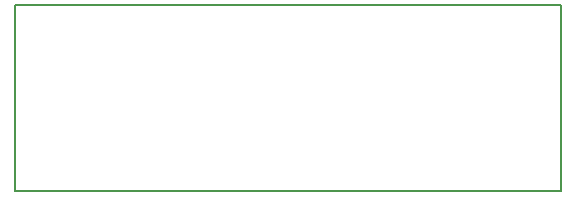
<source format=gbr>
G04 (created by PCBNEW (2013-dec-23)-stable) date Mon 21 Jul 2014 03:55:54 PM UTC*
%MOIN*%
G04 Gerber Fmt 3.4, Leading zero omitted, Abs format*
%FSLAX34Y34*%
G01*
G70*
G90*
G04 APERTURE LIST*
%ADD10C,0.00590551*%
G04 APERTURE END LIST*
G54D10*
X10000Y-21600D02*
X10000Y-15400D01*
X28200Y-21600D02*
X10000Y-21600D01*
X28200Y-15400D02*
X28200Y-21600D01*
X10000Y-15400D02*
X28200Y-15400D01*
M02*

</source>
